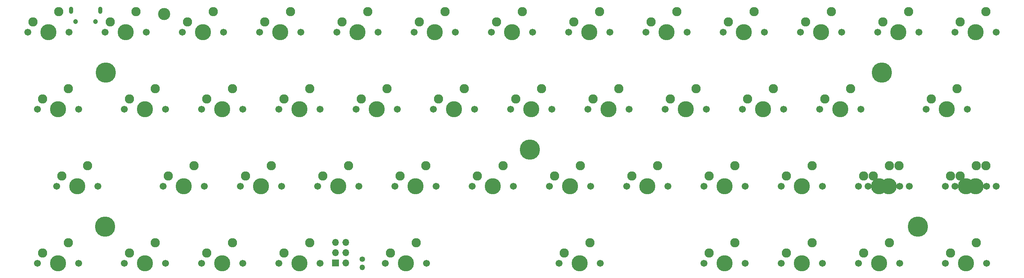
<source format=gbr>
%TF.GenerationSoftware,KiCad,Pcbnew,(6.0.1)*%
%TF.CreationDate,2022-02-20T07:15:50+01:00*%
%TF.ProjectId,atom47-rev5,61746f6d-3437-42d7-9265-76352e6b6963,rev?*%
%TF.SameCoordinates,Original*%
%TF.FileFunction,Soldermask,Top*%
%TF.FilePolarity,Negative*%
%FSLAX46Y46*%
G04 Gerber Fmt 4.6, Leading zero omitted, Abs format (unit mm)*
G04 Created by KiCad (PCBNEW (6.0.1)) date 2022-02-20 07:15:50*
%MOMM*%
%LPD*%
G01*
G04 APERTURE LIST*
%ADD10C,3.987800*%
%ADD11C,1.701800*%
%ADD12C,2.286000*%
%ADD13C,3.000000*%
%ADD14C,5.000000*%
%ADD15C,1.350000*%
%ADD16O,1.350000X1.350000*%
%ADD17R,1.700000X1.700000*%
%ADD18O,1.700000X1.700000*%
%ADD19O,1.000000X1.800000*%
%ADD20C,1.200000*%
G04 APERTURE END LIST*
D10*
X147637500Y-28575000D03*
D11*
X152717500Y-28575000D03*
X142557500Y-28575000D03*
D12*
X150177500Y-23495000D03*
X143827500Y-26035000D03*
D11*
X135413750Y-66675000D03*
D10*
X140493750Y-66675000D03*
D11*
X145573750Y-66675000D03*
D12*
X143033750Y-61595000D03*
X136683750Y-64135000D03*
D10*
X11906250Y-28575000D03*
D11*
X6826250Y-28575000D03*
X16986250Y-28575000D03*
D12*
X14446250Y-23495000D03*
X8096250Y-26035000D03*
D10*
X230981250Y-28575000D03*
D11*
X236061250Y-28575000D03*
X225901250Y-28575000D03*
D12*
X233521250Y-23495000D03*
X227171250Y-26035000D03*
D13*
X38025000Y-5025000D03*
D10*
X216693750Y-47625000D03*
D11*
X211613750Y-47625000D03*
X221773750Y-47625000D03*
D12*
X219233750Y-42545000D03*
X212883750Y-45085000D03*
D11*
X16986260Y-66675056D03*
X6826260Y-66675056D03*
D10*
X11906260Y-66675056D03*
D12*
X14446260Y-61595056D03*
X8096260Y-64135056D03*
D10*
X235743750Y-66675000D03*
D11*
X230663750Y-66675000D03*
X240823750Y-66675000D03*
D12*
X238283750Y-61595000D03*
X231933750Y-64135000D03*
D10*
X97631250Y-66675000D03*
D11*
X92551250Y-66675000D03*
X102711250Y-66675000D03*
D12*
X100171250Y-61595000D03*
X93821250Y-64135000D03*
D11*
X4445000Y-9525000D03*
X14605000Y-9525000D03*
D10*
X9525000Y-9525000D03*
D12*
X12065000Y-4445000D03*
X5715000Y-6985000D03*
D10*
X28575000Y-9525000D03*
D11*
X33655000Y-9525000D03*
X23495000Y-9525000D03*
D12*
X31115000Y-4445000D03*
X24765000Y-6985000D03*
D10*
X47625000Y-9525000D03*
D11*
X42545000Y-9525000D03*
X52705000Y-9525000D03*
D12*
X50165000Y-4445000D03*
X43815000Y-6985000D03*
D11*
X71755000Y-9525000D03*
D10*
X66675000Y-9525000D03*
D11*
X61595000Y-9525000D03*
D12*
X69215000Y-4445000D03*
X62865000Y-6985000D03*
D10*
X85725000Y-9525000D03*
D11*
X90805000Y-9525000D03*
X80645000Y-9525000D03*
D12*
X88265000Y-4445000D03*
X81915000Y-6985000D03*
D11*
X109855000Y-9525000D03*
X99695000Y-9525000D03*
D10*
X104775000Y-9525000D03*
D12*
X107315000Y-4445000D03*
X100965000Y-6985000D03*
D11*
X118745000Y-9525000D03*
X128905000Y-9525000D03*
D10*
X123825000Y-9525000D03*
D12*
X126365000Y-4445000D03*
X120015000Y-6985000D03*
D11*
X137795000Y-9525000D03*
D10*
X142875000Y-9525000D03*
D11*
X147955000Y-9525000D03*
D12*
X145415000Y-4445000D03*
X139065000Y-6985000D03*
D10*
X161925000Y-9525000D03*
D11*
X156845000Y-9525000D03*
X167005000Y-9525000D03*
D12*
X164465000Y-4445000D03*
X158115000Y-6985000D03*
D10*
X180975000Y-9525000D03*
D11*
X186055000Y-9525000D03*
X175895000Y-9525000D03*
D12*
X183515000Y-4445000D03*
X177165000Y-6985000D03*
D11*
X205105000Y-9525000D03*
X194945000Y-9525000D03*
D10*
X200025000Y-9525000D03*
D12*
X202565000Y-4445000D03*
X196215000Y-6985000D03*
D10*
X219075000Y-9525000D03*
D11*
X213995000Y-9525000D03*
X224155000Y-9525000D03*
D12*
X221615000Y-4445000D03*
X215265000Y-6985000D03*
D10*
X238125000Y-9525000D03*
D11*
X243205000Y-9525000D03*
X233045000Y-9525000D03*
D12*
X240665000Y-4445000D03*
X234315000Y-6985000D03*
D11*
X38417500Y-28575000D03*
X28257500Y-28575000D03*
D10*
X33337500Y-28575000D03*
D12*
X35877500Y-23495000D03*
X29527500Y-26035000D03*
D11*
X47307500Y-28575000D03*
X57467500Y-28575000D03*
D10*
X52387500Y-28575000D03*
D12*
X54927500Y-23495000D03*
X48577500Y-26035000D03*
D10*
X71437500Y-28575000D03*
D11*
X76517500Y-28575000D03*
X66357500Y-28575000D03*
D12*
X73977500Y-23495000D03*
X67627500Y-26035000D03*
D11*
X95567500Y-28575000D03*
D10*
X90487500Y-28575000D03*
D11*
X85407500Y-28575000D03*
D12*
X93027500Y-23495000D03*
X86677500Y-26035000D03*
D11*
X104457500Y-28575000D03*
X114617500Y-28575000D03*
D10*
X109537500Y-28575000D03*
D12*
X112077500Y-23495000D03*
X105727500Y-26035000D03*
D11*
X123507500Y-28575000D03*
X133667500Y-28575000D03*
D10*
X128587500Y-28575000D03*
D12*
X131127500Y-23495000D03*
X124777500Y-26035000D03*
D11*
X171767500Y-28575000D03*
D10*
X166687500Y-28575000D03*
D11*
X161607500Y-28575000D03*
D12*
X169227500Y-23495000D03*
X162877500Y-26035000D03*
D11*
X190817500Y-28575000D03*
D10*
X185737500Y-28575000D03*
D11*
X180657500Y-28575000D03*
D12*
X188277500Y-23495000D03*
X181927500Y-26035000D03*
D11*
X209867500Y-28575000D03*
X199707500Y-28575000D03*
D10*
X204787500Y-28575000D03*
D12*
X207327500Y-23495000D03*
X200977500Y-26035000D03*
D10*
X42862500Y-47625000D03*
D11*
X47942500Y-47625000D03*
X37782500Y-47625000D03*
D12*
X45402500Y-42545000D03*
X39052500Y-45085000D03*
D11*
X66992500Y-47625000D03*
X56832500Y-47625000D03*
D10*
X61912500Y-47625000D03*
D12*
X64452500Y-42545000D03*
X58102500Y-45085000D03*
D10*
X80962500Y-47625000D03*
D11*
X86042500Y-47625000D03*
X75882500Y-47625000D03*
D12*
X83502500Y-42545000D03*
X77152500Y-45085000D03*
D11*
X94932500Y-47625000D03*
D10*
X100012500Y-47625000D03*
D11*
X105092500Y-47625000D03*
D12*
X102552500Y-42545000D03*
X96202500Y-45085000D03*
D10*
X119062500Y-47625000D03*
D11*
X113982500Y-47625000D03*
X124142500Y-47625000D03*
D12*
X121602500Y-42545000D03*
X115252500Y-45085000D03*
D11*
X133032500Y-47625000D03*
X143192500Y-47625000D03*
D10*
X138112500Y-47625000D03*
D12*
X140652500Y-42545000D03*
X134302500Y-45085000D03*
D11*
X162242500Y-47625000D03*
X152082500Y-47625000D03*
D10*
X157162500Y-47625000D03*
D12*
X159702500Y-42545000D03*
X153352500Y-45085000D03*
D11*
X171132500Y-47625000D03*
X181292500Y-47625000D03*
D10*
X176212500Y-47625000D03*
D12*
X178752500Y-42545000D03*
X172402500Y-45085000D03*
D11*
X200342500Y-47625000D03*
X190182500Y-47625000D03*
D10*
X195262500Y-47625000D03*
D12*
X197802500Y-42545000D03*
X191452500Y-45085000D03*
D10*
X238125000Y-47625000D03*
D11*
X243205000Y-47625000D03*
X233045000Y-47625000D03*
D12*
X240665000Y-42545000D03*
X234315000Y-45085000D03*
D11*
X38417500Y-66675000D03*
D10*
X33337500Y-66675000D03*
D11*
X28257500Y-66675000D03*
D12*
X35877500Y-61595000D03*
X29527500Y-64135000D03*
D11*
X47307500Y-66675000D03*
X57467500Y-66675000D03*
D10*
X52387500Y-66675000D03*
D12*
X54927500Y-61595000D03*
X48577500Y-64135000D03*
D11*
X66357500Y-66675000D03*
X76517500Y-66675000D03*
D10*
X71437500Y-66675000D03*
D12*
X73977500Y-61595000D03*
X67627500Y-64135000D03*
D10*
X176212500Y-66675000D03*
D11*
X181292500Y-66675000D03*
X171132500Y-66675000D03*
D12*
X178752500Y-61595000D03*
X172402500Y-64135000D03*
D11*
X190182500Y-66675000D03*
D10*
X195262500Y-66675000D03*
D11*
X200342500Y-66675000D03*
D12*
X197802500Y-61595000D03*
X191452500Y-64135000D03*
D11*
X209232672Y-66675000D03*
X219392672Y-66675000D03*
D10*
X214312672Y-66675000D03*
D12*
X216852672Y-61595000D03*
X210502672Y-64135000D03*
D14*
X223925000Y-57575000D03*
X23475000Y-57575000D03*
D11*
X11588750Y-47625000D03*
D10*
X16668750Y-47625000D03*
D11*
X21748750Y-47625000D03*
D12*
X19208750Y-42545000D03*
X12858750Y-45085000D03*
D14*
X23625000Y-19475000D03*
X128225000Y-38575000D03*
X215025000Y-19475000D03*
D15*
X86915690Y-65675048D03*
D16*
X86915690Y-67675048D03*
D10*
X235743948Y-47625040D03*
D11*
X240823948Y-47625040D03*
X230663948Y-47625040D03*
D12*
X238283948Y-42545040D03*
X231933948Y-45085040D03*
D10*
X214312680Y-47625040D03*
D11*
X219392680Y-47625040D03*
X209232680Y-47625040D03*
D12*
X216852680Y-42545040D03*
X210502680Y-45085040D03*
D17*
X80287873Y-66555979D03*
D18*
X82827873Y-66555979D03*
X80287873Y-64015979D03*
X82827873Y-64015979D03*
X80287873Y-61475979D03*
X82827873Y-61475979D03*
D19*
X22275000Y-4075000D03*
D20*
X16250000Y-6875000D03*
D19*
X15075000Y-4075000D03*
D20*
X21100000Y-6875000D03*
M02*

</source>
